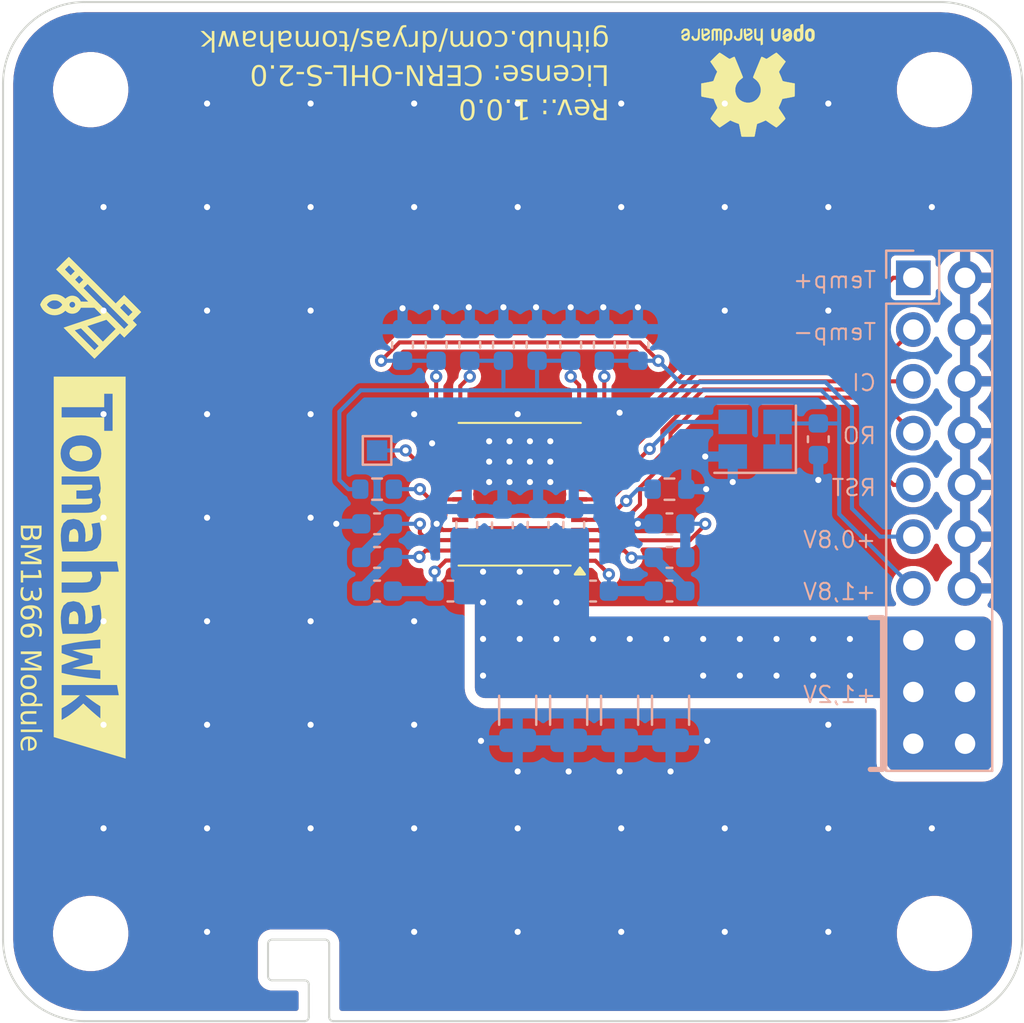
<source format=kicad_pcb>
(kicad_pcb (version 20240108) (generator "pcbnew") (generator_version "8.0")
  (title_block (title "Tomahawk - BM1366 Module") (date "2025-01-09") (rev "1.0.0") (comment 1 "Designed to be manufacturing via JLCPCB with 4-layer stackup: JLC04161H-7628") (comment 2 "License: CERN-OHL-S-2.0") (comment 3 "URL: https://github.com/dryas/tomahawk") (comment 4 "Designed by Benjamin Kaiser"))
  (layers (0 "F.Cu" signal) (1 "In1.Cu" power "In1.GND") (2 "In2.Cu" power "In2.GND") (31 "B.Cu" signal) (34 "B.Paste" user) (35 "F.Paste" user) (36 "B.SilkS" user "B.Silkscreen") (37 "F.SilkS" user "F.Silkscreen") (38 "B.Mask" user) (39 "F.Mask" user) (44 "Edge.Cuts" user))
  (net 0 "")
  (net 1 "GND")
  (net 2 "+1V2")
  (net 3 "Net-(U2-VDD3_0)")
  (net 4 "+0V8")
  (net 5 "Net-(U2-VDD2_0)")
  (net 6 "Net-(U2-VDD1_0)")
  (net 7 "Net-(U2-VDD1_1)")
  (net 8 "Net-(U2-VDD2_1)")
  (net 9 "Net-(U2-VDD3_1)")
  (net 10 "/RO")
  (net 11 "/CI")
  (net 12 "/RST_N")
  (net 13 "/TEMP_N")
  (net 14 "/TEMP_P")
  (net 15 "Net-(U2-BI)")
  (net 16 "Net-(U2-RI)")
  (net 17 "Net-(U1-Out)")
  (net 18 "Net-(U2-PIN_MODE)")
  (net 24 "+1V8")
  (footprint "Asic_BK:BM1366" (layer "F.Cu") (at 145 94.4 180)
    (property "Reference" "U2" (hide yes))
    (property "Value" "BM1366_mode1")
    (pad "1" smd rect (at -2.916 -3.263 180) (size 0.792 0.221) (layers "F.Cu" "F.Paste" "F.Mask") (net 6 "Net-(U2-VDD1_0)"))
    (pad "2" smd rect (at -2.916 -2.761 180) (size 0.792 0.221) (layers "F.Cu" "F.Paste" "F.Mask") (net 5 "Net-(U2-VDD2_0)"))
    (pad "3" smd rect (at -2.916 -2.259 180) (size 0.792 0.221) (layers "F.Cu" "F.Paste" "F.Mask") (net 3 "Net-(U2-VDD3_0)"))
    (pad "4" smd rect (at -2.916 -1.757 180) (size 0.792 0.221) (layers "F.Cu" "F.Paste" "F.Mask") (net 1 "GND"))
    (pad "5" smd rect (at -2.916 -1.255 180) (size 0.792 0.221) (layers "F.Cu" "F.Paste" "F.Mask") (net 12 "/RST_N"))
    (pad "6" smd rect (at -2.916 -0.753 180) (size 0.792 0.221) (layers "F.Cu" "F.Paste" "F.Mask") (net 15 "Net-(U2-BI)"))
    (pad "7" smd rect (at -2.916 -0.251 180) (size 0.792 0.221) (layers "F.Cu" "F.Paste" "F.Mask") (net 10 "/RO"))
    (pad "8" smd rect (at -2.916 0.251 180) (size 0.792 0.221) (layers "F.Cu" "F.Paste" "F.Mask") (net 17 "Net-(U1-Out)"))
    (pad "9" smd rect (at -2.916 0.753 180) (size 0.792 0.221) (layers "F.Cu" "F.Paste" "F.Mask") (net 11 "/CI"))
    (pad "10" smd rect (at -2.916 1.255 180) (size 0.792 0.221) (layers "F.Cu" "F.Paste" "F.Mask") (net 14 "/TEMP_P"))
    (pad "11" smd rect (at -2.916 1.757 180) (size 0.792 0.221) (layers "F.Cu" "F.Paste" "F.Mask") (net 13 "/TEMP_N"))
    (pad "12" smd rect (at -2.916 2.259 180) (size 0.792 0.221) (layers "F.Cu" "F.Paste" "F.Mask") (net 1 "GND"))
    (pad "13" smd rect (at -2.916 2.761 180) (size 0.792 0.221) (layers "F.Cu" "F.Paste" "F.Mask") (net 4 "+0V8"))
    (pad "14" smd rect (at -2.916 3.263 180) (size 0.792 0.221) (layers "F.Cu" "F.Paste" "F.Mask") (net 24 "+1V8"))
    (pad "15" smd rect (at 2.916 3.25 180) (size 0.792 0.221) (layers "F.Cu" "F.Paste" "F.Mask") (net 24 "+1V8"))
    (pad "16" smd rect (at 2.916 2.75 180) (size 0.792 0.221) (layers "F.Cu" "F.Paste" "F.Mask") (net 4 "+0V8"))
    (pad "17" smd rect (at 2.916 2.25 180) (size 0.792 0.221) (layers "F.Cu" "F.Paste" "F.Mask") (net 1 "GND"))
    (pad "18" smd rect (at 2.916 1.75 180) (size 0.792 0.221) (layers "F.Cu" "F.Paste" "F.Mask") (net 18 "Net-(U2-PIN_MODE)"))
    (pad "19" smd rect (at 2.916 1.25 180) (size 0.792 0.221) (layers "F.Cu" "F.Paste" "F.Mask"))
    (pad "20" smd rect (at 2.916 0.753 180) (size 0.792 0.221) (layers "F.Cu" "F.Paste" "F.Mask"))
    (pad "21" smd rect (at 2.916 0.25 180) (size 0.792 0.221) (layers "F.Cu" "F.Paste" "F.Mask"))
    (pad "22" smd rect (at 2.916 -0.251 180) (size 0.792 0.221) (layers "F.Cu" "F.Paste" "F.Mask") (net 16 "Net-(U2-RI)"))
    (pad "23" smd rect (at 2.916 -0.753 180) (size 0.792 0.221) (layers "F.Cu" "F.Paste" "F.Mask"))
    (pad "24" smd rect (at 2.916 -1.255 180) (size 0.792 0.221) (layers "F.Cu" "F.Paste" "F.Mask"))
    (pad "25" smd rect (at 2.916 -1.757 180) (size 0.792 0.221) (layers "F.Cu" "F.Paste" "F.Mask") (net 1 "GND"))
    (pad "26" smd rect (at 2.916 -2.25 180) (size 0.792 0.221) (layers "F.Cu" "F.Paste" "F.Mask") (net 9 "Net-(U2-VDD3_1)"))
    (pad "27" smd rect (at 2.916 -2.761 180) (size 0.792 0.221) (layers "F.Cu" "F.Paste" "F.Mask") (net 8 "Net-(U2-VDD2_1)"))
    (pad "28" smd rect (at 2.916 -3.25 180) (size 0.792 0.221) (layers "F.Cu" "F.Paste" "F.Mask") (net 7 "Net-(U2-VDD1_1)"))
    (pad "29" smd rect (at 0 -2.468 180) (size 4.277 1.81) (layers "F.Cu" "F.Mask") (net 2 "+1V2"))
    (pad "30" thru_hole circle (at -1.5 0.6 180) (size 0.6 0.6) (drill 0.3) (property pad_prop_testpoint) (layers "*.Cu" "*.Mask") (net 1 "GND"))
    (pad "30" thru_hole circle (at -1.5 1.6 180) (size 0.6 0.6) (drill 0.3) (property pad_prop_testpoint) (layers "*.Cu" "*.Mask") (net 1 "GND"))
    (pad "30" thru_hole circle (at -1.5 2.6 180) (size 0.6 0.6) (drill 0.3) (property pad_prop_testpoint) (layers "*.Cu" "*.Mask") (net 1 "GND"))
    (pad "30" thru_hole circle (at -0.5 0.6 180) (size 0.6 0.6) (drill 0.3) (property pad_prop_testpoint) (layers "*.Cu" "*.Mask") (net 1 "GND"))
    (pad "30" thru_hole circle (at -0.5 1.6 180) (size 0.6 0.6) (drill 0.3) (property pad_prop_testpoint) (layers "*.Cu" "*.Mask") (net 1 "GND"))
    (pad "30" thru_hole circle (at -0.5 2.6 180) (size 0.6 0.6) (drill 0.3) (property pad_prop_testpoint) (layers "*.Cu" "*.Mask") (net 1 "GND"))
    (pad "30" smd rect (at 0 1.108 180) (size 4.277 4.53) (layers "F.Cu" "F.Mask") (net 1 "GND"))
    (pad "30" thru_hole circle (at 0.5 0.6 180) (size 0.6 0.6) (drill 0.3) (property pad_prop_testpoint) (layers "*.Cu" "*.Mask") (net 1 "GND"))
    (pad "30" thru_hole circle (at 0.5 1.6 180) (size 0.6 0.6) (drill 0.3) (property pad_prop_testpoint) (layers "*.Cu" "*.Mask") (net 1 "GND"))
    (pad "30" thru_hole circle (at 0.5 2.6 180) (size 0.6 0.6) (drill 0.3) (property pad_prop_testpoint) (layers "*.Cu" "*.Mask") (net 1 "GND"))
    (pad "30" thru_hole circle (at 1.5 0.6 180) (size 0.6 0.6) (drill 0.3) (property pad_prop_testpoint) (layers "*.Cu" "*.Mask") (net 1 "GND"))
    (pad "30" thru_hole circle (at 1.5 1.6 180) (size 0.6 0.6) (drill 0.3) (property pad_prop_testpoint) (layers "*.Cu" "*.Mask") (net 1 "GND"))
    (pad "30" thru_hole circle (at 1.5 2.6 180) (size 0.6 0.6) (drill 0.3) (property pad_prop_testpoint) (layers "*.Cu" "*.Mask") (net 1 "GND"))
  )
  (footprint "kibuzzard-677F2641" (layer "F.Cu") (at 123.9 98 -90)
    (property "Reference" "kibuzzard-677F2641" (hide yes))
    (property "Value" "G***" (hide yes))
  )
  (footprint "MountingHole:MountingHole_3.2mm_M3" (layer "F.Cu") (at 165.350551 74.549449)
    (property "Reference" "H3" (hide yes))
    (property "Value" "MountingHole" (hide yes))
    (pad "" np_thru_hole circle (at 0 0) (size 3.2 3.2) (drill 3.2) (layers "*.Cu" "*.Mask"))
  )
  (footprint "MountingHole:MountingHole_3.2mm_M3" (layer "F.Cu") (at 165.350551 115.950551)
    (property "Reference" "H2" (hide yes))
    (property "Value" "MountingHole" (hide yes))
    (pad "" np_thru_hole circle (at 0 0) (size 3.2 3.2) (drill 3.2) (layers "*.Cu" "*.Mask"))
  )
  (footprint "Symbol:OSHW-Logo2_7.3x6mm_SilkScreen" (layer "F.Cu") (at 156.2 74.1 180)
    (property "Reference" "REF**" (hide yes))
    (property "Value" "OSHW-Logo2_7.3x6mm_SilkScreen" (hide yes))
  )
  (footprint "LOGO" (layer "F.Cu") (at 123.95 85.25 -90)
    (property "Reference" "G***" (hide yes))
    (property "Value" "LOGO" (hide yes))
  )
  (footprint "MountingHole:MountingHole_3.2mm_M3" (layer "F.Cu") (at 123.949449 115.950551)
    (property "Reference" "H4" (hide yes))
    (property "Value" "MountingHole" (hide yes))
    (pad "" np_thru_hole circle (at 0 0) (size 3.2 3.2) (drill 3.2) (layers "*.Cu" "*.Mask"))
  )
  (footprint "MountingHole:MountingHole_3.2mm_M3" (layer "F.Cu") (at 123.949449 74.549449)
    (property "Reference" "H1" (hide yes))
    (property "Value" "MountingHole" (hide yes))
    (pad "" np_thru_hole circle (at 0 0) (size 3.2 3.2) (drill 3.2) (layers "*.Cu" "*.Mask"))
  )
  (footprint "Capacitor_SMD:C_0603_1608Metric" (layer "B.Cu") (at 152.3465 99.15)
    (property "Reference" "C12" (hide yes))
    (property "Value" "1uF" (hide yes))
    (pad "1" smd roundrect (at -0.775 0) (size 0.9 0.95) (layers "B.Cu" "B.Paste" "B.Mask") (net 6 "Net-(U2-VDD1_0)"))
    (pad "2" smd roundrect (at 0.775 0) (size 0.9 0.95) (layers "B.Cu" "B.Paste" "B.Mask") (net 5 "Net-(U2-VDD2_0)"))
  )
  (footprint "Capacitor_SMD:C_0603_1608Metric" (layer "B.Cu") (at 138 95.85)
    (property "Reference" "C27" (hide yes))
    (property "Value" "1uF" (hide yes))
    (pad "1" smd roundrect (at -0.775 0) (size 0.9 0.95) (layers "B.Cu" "B.Paste" "B.Mask") (net 1 "GND"))
    (pad "2" smd roundrect (at 0.775 0) (size 0.9 0.95) (layers "B.Cu" "B.Paste" "B.Mask") (net 9 "Net-(U2-VDD3_1)"))
  )
  (footprint "Capacitor_SMD:C_1206_3216Metric" (layer "B.Cu") (at 152.4 105 -90)
    (property "Reference" "C2" (hide yes))
    (property "Value" "47uF")
    (pad "1" smd roundrect (at -1.475 0 270) (size 1.15 1.8) (layers "B.Cu" "B.Paste" "B.Mask") (roundrect_rratio 0.217391) (net 2 "+1V2"))
    (pad "2" smd roundrect (at 1.475 0 270) (size 1.15 1.8) (layers "B.Cu" "B.Paste" "B.Mask") (roundrect_rratio 0.217391) (net 1 "GND"))
  )
  (footprint "TestPoint:TestPoint_Pad_1.0x1.0mm" (layer "B.Cu") (at 138 92.25)
    (property "Reference" "TP2" (hide yes))
    (property "Value" "MODE" (hide yes))
    (pad "1" smd rect (at 0 0) (size 1 1) (layers "B.Cu" "B.Mask") (net 18 "Net-(U2-PIN_MODE)"))
  )
  (footprint "Resistor_SMD:R_0603_1608Metric" (layer "B.Cu") (at 152.3465 94.15 180)
    (property "Reference" "R1" (hide yes))
    (property "Value" "10k" (hide yes))
    (pad "1" smd roundrect (at -0.825 0 180) (size 0.8 0.95) (layers "B.Cu" "B.Paste" "B.Mask") (net 1 "GND"))
    (pad "2" smd roundrect (at 0.825 0 180) (size 0.8 0.95) (layers "B.Cu" "B.Paste" "B.Mask") (net 15 "Net-(U2-BI)"))
  )
  (footprint "Capacitor_SMD:C_1206_3216Metric" (layer "B.Cu") (at 144.9 105 -90)
    (property "Reference" "C5" (hide yes))
    (property "Value" "10uF")
    (pad "1" smd roundrect (at -1.475 0 270) (size 1.15 1.8) (layers "B.Cu" "B.Paste" "B.Mask") (roundrect_rratio 0.217391) (net 2 "+1V2"))
    (pad "2" smd roundrect (at 1.475 0 270) (size 1.15 1.8) (layers "B.Cu" "B.Paste" "B.Mask") (roundrect_rratio 0.217391) (net 1 "GND"))
  )
  (footprint "Capacitor_SMD:C_0603_1608Metric" (layer "B.Cu") (at 139.25 87.075 90)
    (property "Reference" "C19" (hide yes))
    (property "Value" "1uF" (hide yes))
    (pad "1" smd roundrect (at -0.775 0 90) (size 0.9 0.95) (layers "B.Cu" "B.Paste" "B.Mask") (net 4 "+0V8"))
    (pad "2" smd roundrect (at 0.775 0 90) (size 0.9 0.95) (layers "B.Cu" "B.Paste" "B.Mask") (net 1 "GND"))
  )
  (footprint "Capacitor_SMD:C_0603_1608Metric" (layer "B.Cu") (at 140.9 87.075 -90)
    (property "Reference" "C21" (hide yes))
    (property "Value" "100nF" (hide yes))
    (pad "1" smd roundrect (at -0.775 0 270) (size 0.9 0.95) (layers "B.Cu" "B.Paste" "B.Mask") (net 1 "GND"))
    (pad "2" smd roundrect (at 0.775 0 270) (size 0.9 0.95) (layers "B.Cu" "B.Paste" "B.Mask") (net 4 "+0V8"))
  )
  (footprint "Resistor_SMD:R_0603_1608Metric" (layer "B.Cu") (at 138 94.15 180)
    (property "Reference" "R2" (hide yes))
    (property "Value" "10k" (hide yes))
    (pad "1" smd roundrect (at -0.825 0 180) (size 0.8 0.95) (layers "B.Cu" "B.Paste" "B.Mask") (net 16 "Net-(U2-RI)"))
    (pad "2" smd roundrect (at 0.825 0 180) (size 0.8 0.95) (layers "B.Cu" "B.Paste" "B.Mask") (net 24 "+1V8"))
  )
  (footprint "Capacitor_SMD:C_0603_1608Metric" (layer "B.Cu") (at 142.55 87.075 -90)
    (property "Reference" "C25" (hide yes))
    (property "Value" "100nF" (hide yes))
    (pad "1" smd roundrect (at -0.775 0 270) (size 0.9 0.95) (layers "B.Cu" "B.Paste" "B.Mask") (net 1 "GND"))
    (pad "2" smd roundrect (at 0.775 0 270) (size 0.9 0.95) (layers "B.Cu" "B.Paste" "B.Mask") (net 24 "+1V8"))
  )
  (footprint "Capacitor_SMD:C_0603_1608Metric" (layer "B.Cu") (at 144.15 95.925 -90)
    (property "Reference" "C18" (hide yes))
    (property "Value" "100nF")
    (pad "1" smd roundrect (at -0.775 0 270) (size 0.9 0.95) (layers "B.Cu" "B.Paste" "B.Mask") (net 1 "GND"))
    (pad "2" smd roundrect (at 0.775 0 270) (size 0.9 0.95) (layers "B.Cu" "B.Paste" "B.Mask") (net 2 "+1V2"))
  )
  (footprint "Connector_PinSocket_2.54mm:PinSocket_2x10_P2.54mm_Vertical" (layer "B.Cu") (at 164.31 83.78 180)
    (property "Reference" "J2" (hide yes))
    (property "Value" "Conn_02x10_Odd_Even" (hide yes))
    (pad "1" thru_hole rect (at 0 0 180) (size 1.7 1.7) (drill 1) (layers "*.Cu" "*.Mask") (net 13 "/TEMP_N"))
    (pad "2" thru_hole oval (at -2.54 0 180) (size 1.7 1.7) (drill 1) (layers "*.Cu" "*.Mask") (net 1 "GND"))
    (pad "3" thru_hole oval (at 0 -2.54 180) (size 1.7 1.7) (drill 1) (layers "*.Cu" "*.Mask") (net 14 "/TEMP_P"))
    (pad "4" thru_hole oval (at -2.54 -2.54 180) (size 1.7 1.7) (drill 1) (layers "*.Cu" "*.Mask") (net 1 "GND"))
    (pad "5" thru_hole oval (at 0 -5.08 180) (size 1.7 1.7) (drill 1) (layers "*.Cu" "*.Mask") (net 11 "/CI"))
    (pad "6" thru_hole oval (at -2.54 -5.08 180) (size 1.7 1.7) (drill 1) (layers "*.Cu" "*.Mask") (net 1 "GND"))
    (pad "7" thru_hole oval (at 0 -7.62 180) (size 1.7 1.7) (drill 1) (layers "*.Cu" "*.Mask") (net 10 "/RO"))
    (pad "8" thru_hole oval (at -2.54 -7.62 180) (size 1.7 1.7) (drill 1) (layers "*.Cu" "*.Mask") (net 1 "GND"))
    (pad "9" thru_hole oval (at 0 -10.16 180) (size 1.7 1.7) (drill 1) (layers "*.Cu" "*.Mask") (net 12 "/RST_N"))
    (pad "10" thru_hole oval (at -2.54 -10.16 180) (size 1.7 1.7) (drill 1) (layers "*.Cu" "*.Mask") (net 1 "GND"))
    (pad "11" thru_hole oval (at 0 -12.7 180) (size 1.7 1.7) (drill 1) (layers "*.Cu" "*.Mask") (net 4 "+0V8"))
    (pad "12" thru_hole oval (at -2.54 -12.7 180) (size 1.7 1.7) (drill 1) (layers "*.Cu" "*.Mask") (net 1 "GND"))
    (pad "13" thru_hole oval (at 0 -15.24 180) (size 1.7 1.7) (drill 1) (layers "*.Cu" "*.Mask") (net 24 "+1V8"))
    (pad "14" thru_hole oval (at -2.54 -15.24 180) (size 1.7 1.7) (drill 1) (layers "*.Cu" "*.Mask") (net 1 "GND"))
    (pad "15" thru_hole oval (at 0 -17.78 180) (size 1.7 1.7) (drill 1) (layers "*.Cu" "*.Mask") (net 2 "+1V2"))
    (pad "16" thru_hole oval (at -2.54 -17.78 180) (size 1.7 1.7) (drill 1) (layers "*.Cu" "*.Mask") (net 2 "+1V2"))
    (pad "17" thru_hole oval (at 0 -20.32 180) (size 1.7 1.7) (drill 1) (layers "*.Cu" "*.Mask") (net 2 "+1V2"))
    (pad "18" thru_hole oval (at -2.54 -20.32 180) (size 1.7 1.7) (drill 1) (layers "*.Cu" "*.Mask") (net 2 "+1V2"))
    (pad "19" thru_hole oval (at 0 -22.86 180) (size 1.7 1.7) (drill 1) (layers "*.Cu" "*.Mask") (net 2 "+1V2"))
    (pad "20" thru_hole oval (at -2.54 -22.86 180) (size 1.7 1.7) (drill 1) (layers "*.Cu" "*.Mask") (net 2 "+1V2"))
  )
  (footprint "Capacitor_SMD:C_0603_1608Metric" (layer "B.Cu") (at 145.85 87.075 90)
    (property "Reference" "C14" (hide yes))
    (property "Value" "1uF" (hide yes))
    (pad "1" smd roundrect (at -0.775 0 90) (size 0.9 0.95) (layers "B.Cu" "B.Paste" "B.Mask") (net 24 "+1V8"))
    (pad "2" smd roundrect (at 0.775 0 90) (size 0.9 0.95) (layers "B.Cu" "B.Paste" "B.Mask") (net 1 "GND"))
  )
  (footprint "Capacitor_SMD:C_0603_1608Metric" (layer "B.Cu") (at 150.8 87.075 -90)
    (property "Reference" "C10" (hide yes))
    (property "Value" "100nF" (hide yes))
    (pad "1" smd roundrect (at -0.775 0 270) (size 0.9 0.95) (layers "B.Cu" "B.Paste" "B.Mask") (net 1 "GND"))
    (pad "2" smd roundrect (at 0.775 0 270) (size 0.9 0.95) (layers "B.Cu" "B.Paste" "B.Mask") (net 4 "+0V8"))
  )
  (footprint "Capacitor_SMD:C_0603_1608Metric" (layer "B.Cu") (at 148.6 99.15)
    (property "Reference" "C16" (hide yes))
    (property "Value" "1uF" (hide yes))
    (pad "1" smd roundrect (at -0.775 0) (size 0.9 0.95) (layers "B.Cu" "B.Paste" "B.Mask") (net 2 "+1V2"))
    (pad "2" smd roundrect (at 0.775 0) (size 0.9 0.95) (layers "B.Cu" "B.Paste" "B.Mask") (net 6 "Net-(U2-VDD1_0)"))
  )
  (footprint "Capacitor_SMD:C_0603_1608Metric" (layer "B.Cu") (at 142.4 95.9 90)
    (property "Reference" "C11" (hide yes))
    (property "Value" "1uF")
    (pad "1" smd roundrect (at -0.775 0 90) (size 0.9 0.95) (layers "B.Cu" "B.Paste" "B.Mask") (net 2 "+1V2"))
    (pad "2" smd roundrect (at 0.775 0 90) (size 0.9 0.95) (layers "B.Cu" "B.Paste" "B.Mask") (net 1 "GND"))
  )
  (footprint "Capacitor_SMD:C_0603_1608Metric" (layer "B.Cu") (at 138 99.15)
    (property "Reference" "C23" (hide yes))
    (property "Value" "1uF" (hide yes))
    (pad "1" smd roundrect (at -0.775 0) (size 0.9 0.95) (layers "B.Cu" "B.Paste" "B.Mask") (net 8 "Net-(U2-VDD2_1)"))
    (pad "2" smd roundrect (at 0.775 0) (size 0.9 0.95) (layers "B.Cu" "B.Paste" "B.Mask") (net 7 "Net-(U2-VDD1_1)"))
  )
  (footprint "Capacitor_SMD:C_0603_1608Metric" (layer "B.Cu") (at 144.2 87.075 90)
    (property "Reference" "C24" (hide yes))
    (property "Value" "1uF" (hide yes))
    (pad "1" smd roundrect (at -0.775 0 90) (size 0.9 0.95) (layers "B.Cu" "B.Paste" "B.Mask") (net 24 "+1V8"))
    (pad "2" smd roundrect (at 0.775 0 90) (size 0.9 0.95) (layers "B.Cu" "B.Paste" "B.Mask") (net 1 "GND"))
  )
  (footprint "Capacitor_SMD:C_0603_1608Metric" (layer "B.Cu") (at 145.9 95.9 -90)
    (property "Reference" "C15" (hide yes))
    (property "Value" "100nF")
    (pad "1" smd roundrect (at -0.775 0 270) (size 0.9 0.95) (layers "B.Cu" "B.Paste" "B.Mask") (net 1 "GND"))
    (pad "2" smd roundrect (at 0.775 0 270) (size 0.9 0.95) (layers "B.Cu" "B.Paste" "B.Mask") (net 2 "+1V2"))
  )
  (footprint "Capacitor_SMD:C_0603_1608Metric" (layer "B.Cu") (at 138 97.5)
    (property "Reference" "C26" (hide yes))
    (property "Value" "1uF" (hide yes))
    (pad "1" smd roundrect (at -0.775 0) (size 0.9 0.95) (layers "B.Cu" "B.Paste" "B.Mask") (net 9 "Net-(U2-VDD3_1)"))
    (pad "2" smd roundrect (at 0.775 0) (size 0.9 0.95) (layers "B.Cu" "B.Paste" "B.Mask") (net 8 "Net-(U2-VDD2_1)"))
  )
  (footprint "Capacitor_SMD:C_0603_1608Metric" (layer "B.Cu") (at 159.65 91.7 90)
    (property "Reference" "C1" (hide yes))
    (property "Value" "100nF" (hide yes))
    (pad "1" smd roundrect (at -0.775 0 90) (size 0.9 0.95) (layers "B.Cu" "B.Paste" "B.Mask") (net 1 "GND"))
    (pad "2" smd roundrect (at 0.775 0 90) (size 0.9 0.95) (layers "B.Cu" "B.Paste" "B.Mask") (net 24 "+1V8"))
  )
  (footprint "Capacitor_SMD:C_0603_1608Metric" (layer "B.Cu") (at 147.65 95.9 90)
    (property "Reference" "C8" (hide yes))
    (property "Value" "1uF")
    (pad "1" smd roundrect (at -0.775 0 90) (size 0.9 0.95) (layers "B.Cu" "B.Paste" "B.Mask") (net 2 "+1V2"))
    (pad "2" smd roundrect (at 0.775 0 90) (size 0.9 0.95) (layers "B.Cu" "B.Paste" "B.Mask") (net 1 "GND"))
  )
  (footprint "Capacitor_SMD:C_1206_3216Metric" (layer "B.Cu") (at 147.4 105 -90)
    (property "Reference" "C4" (hide yes))
    (property "Value" "10uF")
    (pad "1" smd roundrect (at -1.475 0 270) (size 1.15 1.8) (layers "B.Cu" "B.Paste" "B.Mask") (roundrect_rratio 0.217391) (net 2 "+1V2"))
    (pad "2" smd roundrect (at 1.475 0 270) (size 1.15 1.8) (layers "B.Cu" "B.Paste" "B.Mask") (roundrect_rratio 0.217391) (net 1 "GND"))
  )
  (footprint "Capacitor_SMD:C_0603_1608Metric" (layer "B.Cu") (at 147.5 87.075 -90)
    (property "Reference" "C17" (hide yes))
    (property "Value" "100nF" (hide yes))
    (pad "1" smd roundrect (at -0.775 0 270) (size 0.9 0.95) (layers "B.Cu" "B.Paste" "B.Mask") (net 1 "GND"))
    (pad "2" smd roundrect (at 0.775 0 270) (size 0.9 0.95) (layers "B.Cu" "B.Paste" "B.Mask") (net 24 "+1V8"))
  )
  (footprint "Capacitor_SMD:C_0603_1608Metric" (layer "B.Cu") (at 152.3465 95.85 180)
    (property "Reference" "C6" (hide yes))
    (property "Value" "1uF" (hide yes))
    (pad "1" smd roundrect (at -0.775 0 180) (size 0.9 0.95) (layers "B.Cu" "B.Paste" "B.Mask") (net 3 "Net-(U2-VDD3_0)"))
    (pad "2" smd roundrect (at 0.775 0 180) (size 0.9 0.95) (layers "B.Cu" "B.Paste" "B.Mask") (net 1 "GND"))
  )
  (footprint "Crystal:Crystal_SMD_3225-4Pin_3.2x2.5mm" (layer "B.Cu") (at 156.55 91.7 180)
    (property "Reference" "U1" (hide yes))
    (property "Value" "25MHz")
    (pad "1" smd rect (at -1.1 -0.85 180) (size 1.4 1.2) (layers "B.Cu" "B.Paste" "B.Mask") (net 24 "+1V8"))
    (pad "2" smd rect (at 1.1 -0.85 180) (size 1.4 1.2) (layers "B.Cu" "B.Paste" "B.Mask") (net 1 "GND"))
    (pad "3" smd rect (at 1.1 0.85 180) (size 1.4 1.2) (layers "B.Cu" "B.Paste" "B.Mask") (net 17 "Net-(U1-Out)"))
    (pad "4" smd rect (at -1.1 0.85 180) (size 1.4 1.2) (layers "B.Cu" "B.Paste" "B.Mask") (net 24 "+1V8"))
  )
  (footprint "Capacitor_SMD:C_1206_3216Metric" (layer "B.Cu") (at 149.9 105 -90)
    (property "Reference" "C3" (hide yes))
    (property "Value" "47uF")
    (pad "1" smd roundrect (at -1.475 0 270) (size 1.15 1.8) (layers "B.Cu" "B.Paste" "B.Mask") (roundrect_rratio 0.217391) (net 2 "+1V2"))
    (pad "2" smd roundrect (at 1.475 0 270) (size 1.15 1.8) (layers "B.Cu" "B.Paste" "B.Mask") (roundrect_rratio 0.217391) (net 1 "GND"))
  )
  (footprint "Capacitor_SMD:C_0603_1608Metric" (layer "B.Cu") (at 141.6 99.15)
    (property "Reference" "C20" (hide yes))
    (property "Value" "1uF")
    (pad "1" smd roundrect (at -0.775 0) (size 0.9 0.95) (layers "B.Cu" "B.Paste" "B.Mask") (net 7 "Net-(U2-VDD1_1)"))
    (pad "2" smd roundrect (at 0.775 0) (size 0.9 0.95) (layers "B.Cu" "B.Paste" "B.Mask") (net 2 "+1V2"))
  )
  (footprint "Capacitor_SMD:C_0603_1608Metric" (layer "B.Cu") (at 149.15 87.075 90)
    (property "Reference" "C7" (hide yes))
    (property "Value" "1uF" (hide yes))
    (pad "1" smd roundrect (at -0.775 0 90) (size 0.9 0.95) (layers "B.Cu" "B.Paste" "B.Mask") (net 4 "+0V8"))
    (pad "2" smd roundrect (at 0.775 0 90) (size 0.9 0.95) (layers "B.Cu" "B.Paste" "B.Mask") (net 1 "GND"))
  )
  (footprint "Capacitor_SMD:C_0603_1608Metric" (layer "B.Cu") (at 152.3465 97.5)
    (property "Reference" "C9" (hide yes))
    (property "Value" "1uF" (hide yes))
    (pad "1" smd roundrect (at -0.775 0) (size 0.9 0.95) (layers "B.Cu" "B.Paste" "B.Mask") (net 5 "Net-(U2-VDD2_0)"))
    (pad "2" smd roundrect (at 0.775 0) (size 0.9 0.95) (layers "B.Cu" "B.Paste" "B.Mask") (net 3 "Net-(U2-VDD3_0)"))
  )
  (gr_line (start 162.2 107.9) (end 162.8 107.9) (stroke (width 0.254)) (layer "B.SilkS"))
  (gr_line (start 162.8 107.9) (end 162.8 100.45) (stroke (width 0.254)) (layer "B.SilkS"))
  (gr_line (start 162.2 100.45) (end 162.8 100.45) (stroke (width 0.254)) (layer "B.SilkS"))
  (gr_arc (start 132.85 118.25) (mid 132.708579 118.191421) (end 132.65 118.05) (stroke (width 0.1)) (layer "Edge.Cuts"))
  (gr_line (start 135.65 116.45) (end 135.65 120.05) (stroke (width 0.1)) (layer "Edge.Cuts"))
  (gr_line (start 123.65 120.25) (end 134.45 120.25) (stroke (width 0.1)) (layer "Edge.Cuts"))
  (gr_arc (start 135.45 116.25) (mid 135.591421 116.308579) (end 135.65 116.45) (stroke (width 0.1)) (layer "Edge.Cuts"))
  (gr_line (start 169.65 116.25) (end 169.65 74.25) (stroke (width 0.1)) (layer "Edge.Cuts"))
  (gr_arc (start 165.65 70.25) (mid 168.478427 71.421573) (end 169.65 74.25) (stroke (width 0.1)) (layer "Edge.Cuts"))
  (gr_arc (start 134.45 118.25) (mid 134.591421 118.308579) (end 134.65 118.45) (stroke (width 0.1)) (layer "Edge.Cuts"))
  (gr_arc (start 119.65 74.25) (mid 120.821573 71.421573) (end 123.65 70.25) (stroke (width 0.1)) (layer "Edge.Cuts"))
  (gr_arc (start 123.65 120.25) (mid 120.821573 119.078427) (end 119.65 116.25) (stroke (width 0.1)) (layer "Edge.Cuts"))
  (gr_line (start 134.45 118.25) (end 132.85 118.25) (stroke (width 0.1)) (layer "Edge.Cuts"))
  (gr_line (start 134.65 120.05) (end 134.65 118.45) (stroke (width 0.1)) (layer "Edge.Cuts"))
  (gr_arc (start 134.65 120.05) (mid 134.591421 120.191421) (end 134.45 120.25) (stroke (width 0.1)) (layer "Edge.Cuts"))
  (gr_arc (start 135.85 120.25) (mid 135.708579 120.191421) (end 135.65 120.05) (stroke (width 0.1)) (layer "Edge.Cuts"))
  (gr_line (start 135.85 120.25) (end 165.65 120.25) (stroke (width 0.1)) (layer "Edge.Cuts"))
  (gr_arc (start 169.65 116.25) (mid 168.478427 119.078427) (end 165.65 120.25) (stroke (width 0.1)) (layer "Edge.Cuts"))
  (gr_arc (start 132.65 116.45) (mid 132.708579 116.308579) (end 132.85 116.25) (stroke (width 0.1)) (layer "Edge.Cuts"))
  (gr_line (start 132.85 116.25) (end 135.45 116.25) (stroke (width 0.1)) (layer "Edge.Cuts"))
  (gr_line (start 165.65 70.25) (end 123.65 70.25) (stroke (width 0.1)) (layer "Edge.Cuts"))
  (gr_line (start 119.65 74.25) (end 119.65 116.25) (stroke (width 0.1)) (layer "Edge.Cuts"))
  (gr_line (start 132.65 118.05) (end 132.65 116.45) (stroke (width 0.1)) (layer "Edge.Cuts"))
  (gr_text "RO" (at 162.55 92 0) (layer "B.SilkS") (effects (font (size 0.8 0.8) (thickness 0.1)) (justify left bottom mirror)))
  (gr_text "RST" (at 162.55 94.55 0) (layer "B.SilkS") (effects (font (size 0.8 0.8) (thickness 0.1)) (justify left bottom mirror)))
  (gr_text "+0,8V" (at 162.55 97.1 0) (layer "B.SilkS") (effects (font (size 0.8 0.8) (thickness 0.1)) (justify left bottom mirror)))
  (gr_text "CI" (at 162.55 89.4 0) (layer "B.SilkS") (effects (font (size 0.8 0.8) (thickness 0.1)) (justify left bottom mirror)))
  (gr_text "+1,8V" (at 162.55 99.65 0) (layer "B.SilkS") (effects (font (size 0.8 0.8) (thickness 0.1)) (justify left bottom mirror)))
  (gr_text "+1,2V" (at 162.55 104.7 0) (layer "B.SilkS") (effects (font (size 0.8 0.8) (thickness 0.1)) (justify left bottom mirror)))
  (gr_text "Temp-" (at 162.55 86.9 0) (layer "B.SilkS") (effects (font (size 0.8 0.8) (thickness 0.1)) (justify left bottom mirror)))
  (gr_text "Temp+" (at 162.55 84.35 0) (layer "B.SilkS") (effects (font (size 0.8 0.8) (thickness 0.1)) (justify left bottom mirror)))
  (gr_text "Rev.: 1.0.0\nLicense: CERN-OHL-S-2.0\ngithub.com/dryas/tomahawk" (at 149.4 71.5 180) (layer "F.SilkS") (effects (font (size 1 1) (thickness 0.1)) (justify left bottom)))
  (gr_text "BM1366 Module" (at 120.35 95.8 270) (layer "F.SilkS") (effects (font (size 1 1) (thickness 0.1)) (justify left bottom)))
  (segment (start 150.8 95.85) (end 150.493 96.157) (width 0.2) (layer "F.Cu") (net 1))
  (segment (start 142.084 96.157) (end 141.232 96.157) (width 0.2) (layer "F.Cu") (net 1))
  (segment (start 149.9 90.9) (end 149.9 90.4) (width 0.2) (layer "F.Cu") (net 1))
  (segment (start 149.8 91) (end 149.9 90.9) (width 0.2) (layer "F.Cu") (net 1))
  (segment (start 142.084 92.15) (end 140.95 92.15) (width 0.2) (layer "F.Cu") (net 1))
  (segment (start 147.916 92.141) (end 148.659 92.141) (width 0.2) (layer "F.Cu") (net 1))
  (segment (start 148.659 92.141) (end 149.8 91) (width 0.2) (layer "F.Cu") (net 1))
  (segment (start 150.493 96.157) (end 147.916 96.157) (width 0.2) (layer "F.Cu") (net 1))
  (segment (start 140.95 92.15) (end 140.7 91.9) (width 0.2) (layer "F.Cu") (net 1))
  (segment (start 141.232 96.157) (end 140.925 95.85) (width 0.2) (layer "F.Cu") (net 1))
  (via (at 160.14 85.389901) (size 0.6) (drill 0.3) (layers "F.Cu" "B.Cu") (net 1))
  (via (at 147.4 108) (size 0.6) (drill 0.3) (layers "F.Cu" "B.Cu") (net 1))
  (via (at 144.9 115.869901) (size 0.6) (drill 0.3) (layers "F.Cu" "B.Cu") (net 1))
  (via (at 134.74 100.629901) (size 0.6) (drill 0.3) (layers "F.Cu" "B.Cu") (net 1))
  (via (at 139.82 75.229901) (size 0.6) (drill 0.3) (layers "F.Cu" "B.Cu") (net 1))
  (via (at 134.74 105.709901) (size 0.6) (drill 0.3) (layers "F.Cu" "B.Cu") (net 1))
  (via (at 134.74 75.229901) (size 0.6) (drill 0.3) (layers "F.Cu" "B.Cu") (net 1))
  (via (at 149.9 108) (size 0.6) (drill 0.3) (layers "F.Cu" "B.Cu") (net 1))
  (via (at 140.7 91.9) (size 0.6) (drill 0.3) (layers "F.Cu" "B.Cu") (net 1))
  (via (at 152.4 108) (size 0.6) (drill 0.3) (layers "F.Cu" "B.Cu") (net 1))
  (via (at 134.74 95.549901) (size 0.6) (drill 0.3) (layers "F.Cu" "B.Cu") (net 1))
  (via (at 136 95.85) (size 0.6) (drill 0.3) (layers "F.Cu" "B.Cu") (net 1))
  (via (at 147.5 85.225) (size 0.6) (drill 0.3) (layers "F.Cu" "B.Cu") (net 1))
  (via (at 129.66 95.549901) (size 0.6) (drill 0.3) (layers "F.Cu" "B.Cu") (net 1))
  (via (at 124.58 105.709901) (size 0.6) (drill 0.3) (layers "F.Cu" "B.Cu") (net 1))
  (via (at 160.14 80.309901) (size 0.6) (drill 0.3) (layers "F.Cu" "B.Cu") (net 1))
  (via (at 134.74 110.789901) (size 0.6) (drill 0.3) (layers "F.Cu" "B.Cu") (net 1))
  (via (at 165.22 80.309901) (size 0.6) (drill 0.3) (layers "F.Cu" "B.Cu") (net 1))
  (via (at 165.22 110.789901) (size 0.6) (drill 0.3) (layers "F.Cu" "B.Cu") (net 1))
  (via (at 155.06 80.309901) (size 0.6) (drill 0.3) (layers "F.Cu" "B.Cu") (net 1))
  (via (at 155.06 115.869901) (size 0.6) (drill 0.3) (layers "F.Cu" "B.Cu") (net 1))
  (via (at 149.98 115.869901) (size 0.6) (drill 0.3) (layers "F.Cu" "B.Cu") (net 1))
  (via (at 149.98 75.229901) (size 0.6) (drill 0.3) (layers "F.Cu" "B.Cu") (net 1))
  (via (at 160.14 75.229901) (size 0.6) (drill 0.3) (layers "F.Cu" "B.Cu") (net 1))
  (via (at 149.1 85.225) (size 0.6) (drill 0.3) (layers "F.Cu" "B.Cu") (net 1))
  (via (at 124.58 85.389901) (size 0.6) (drill 0.3) (layers "F.Cu" "B.Cu") (net 1))
  (via (at 143.1 106.5) (size 0.6) (drill 0.3) (layers "F.Cu" "B.Cu") (net 1))
  (via (at 129.66 80.309901) (size 0.6) (drill 0.3) (layers "F.Cu" "B.Cu") (net 1))
  (via (at 155.06 75.229901) (size 0.6) (drill 0.3) (layers "F.Cu" "B.Cu") (net 1))
  (via (at 144.2 85.225) (size 0.6) (drill 0.3) (layers "F.Cu" "B.Cu") (net 1))
  (via (at 149.98 80.309901) (size 0.6) (drill 0.3) (layers "F.Cu" "B.Cu") (net 1))
  (via (at 160.14 110.789901) (size 0.6) (drill 0.3) (layers "F.Cu" "B.Cu") (net 1))
  (via (at 134.74 85.389901) (size 0.6) (drill 0.3) (layers "F.Cu" "B.Cu") (net 1))
  (via (at 144.9 80.309901) (size 0.6) (drill 0.3) (layers "F.Cu" "B.Cu") (net 1))
  (via (at 150.8 85.225) (size 0.6) (drill 0.3) (layers "F.Cu" "B.Cu") (net 1))
  (via (at 134.74 80.309901) (size 0.6) (drill 0.3) (layers "F.Cu" "B.Cu") (net 1))
  (via (at 139.82 80.309901) (size 0.6) (drill 0.3) (layers "F.Cu" "B.Cu") (net 1))
  (via (at 139.25 85.275) (size 0.6) (drill 0.3) (layers "F.Cu" "B.Cu") (net 1))
  (via (at 144.9 90.469901) (size 0.6) (drill 0.3) (layers "F.Cu" "B.Cu") (net 1))
  (via (at 139.82 110.789901) (size 0.6) (drill 0.3) (layers "F.Cu" "B.Cu") (net 1))
  (via (at 129.66 85.389901) (size 0.6) (drill 0.3) (layers "F.Cu" "B.Cu") (net 1))
  (via (at 139.82 100.629901) (size 0.6) (drill 0.3) (layers "F.Cu" "B.Cu") (net 1))
  (via (at 140.9 85.225) (size 0.6) (drill 0.3) (layers "F.Cu" "B.Cu") (net 1))
  (via (at 160.14 115.869901) (size 0.6) (drill 0.3) (layers "F.Cu" "B.Cu") (net 1))
  (via (at 144.9 108) (size 0.6) (drill 0.3) (layers "F.Cu" "B.Cu") (net 1))
  (via (at 149.9 90.4) (size 0.6) (drill 0.3) (layers "F.Cu" "B.Cu") (net 1))
  (via (at 124.58 100.629901) (size 0.6) (drill 0.3) (layers "F.Cu" "B.Cu") (net 1))
  (via (at 154.1465 94.15) (size 0.6) (drill 0.3) (layers "F.Cu" "B.Cu") (net 1))
  (via (at 155.45 93.8) (size 0.6) (drill 0.3) (layers "F.Cu" "B.Cu") (net 1))
  (via (at 142.5 85.225) (size 0.6) (drill 0.3) (layers "F.Cu" "B.Cu") (net 1))
  (via (at 154.1 92.55) (size 0.6) (drill 0.3) (layers "F.Cu" "B.Cu") (net 1))
  (via (at 129.66 100.629901) (size 0.6) (drill 0.3) (layers "F.Cu" "B.Cu") (net 1))
  (via (at 144.9 75.229901) (size 0.6) (drill 0.3) (layers "F.Cu" "B.Cu") (net 1))
  (via (at 139.82 105.709901) (size 0.6) (drill 0.3) (layers "F.Cu" "B.Cu") (net 1))
  (via (at 139.82 90.469901) (size 0.6) (drill 0.3) (layers "F.Cu" "B.Cu") (net 1))
  (via (at 129.66 75.229901) (size 0.6) (drill 0.3) (layers "F.Cu" "B.Cu") (net 1))
  (via (at 160.14 105.709901) (size 0.6) (drill 0.3) (layers "F.Cu" "B.Cu") (net 1))
  (via (at 140.925 95.85) (size 0.6) (drill 0.3) (layers "F.Cu" "B.Cu") (net 1))
  (via (at 129.66 105.709901) (size 0.6) (drill 0.3) (layers "F.Cu" "B.Cu") (net 1))
  (via (at 129.66 90.469901) (size 0.6) (drill 0.3) (layers "F.Cu" "B.Cu") (net 1))
  (via (at 124.58 90.469901) (size 0.6) (drill 0.3) (layers "F.Cu" "B.Cu") (net 1))
  (via (at 159.65 93.7) (size 0.6) (drill 0.3) (layers "F.Cu" "B.Cu") (net 1))
  (via (at 129.66 110.789901) (size 0.6) (drill 0.3) (layers "F.Cu" "B.Cu") (net 1))
  (via (at 129.66 115.869901) (size 0.6) (drill 0.3) (layers "F.Cu" "B.Cu") (net 1))
  (via (at 139.82 115.869901) (size 0.6) (drill 0.3) (layers "F.Cu" "B.Cu") (net 1))
  (via (at 134.74 90.469901) (size 0.6) (drill 0.3) (layers "F.Cu" "B.Cu") (net 1))
  (via (at 144.9 110.789901) (size 0.6) (drill 0.3) (layers "F.Cu" "B.Cu") (net 1))
  (via (at 155.06 85.389901) (size 0.6) (drill 0.3) (layers "F.Cu" "B.Cu") (net 1))
  (via (at 154.2 106.5) (size 0.6) (drill 0.3) (layers "F.Cu" "B.Cu") (net 1))
  (via (at 124.58 80.309901) (size 0.6) (drill 0.3) (layers "F.Cu" "B.Cu") (net 1))
  (via (at 124.58 110.789901) (size 0.6) (drill 0.3) (layers "F.Cu" "B.Cu") (net 1))
  (via (at 149.98 110.789901) (size 0.6) (drill 0.3) (layers "F.Cu" "B.Cu") (net 1))
  (via (at 155.06 110.789901) (size 0.6) (drill 0.3) (layers "F.Cu" "B.Cu") (net 1))
  (via (at 145.8 85.225) (size 0.6) (drill 0.3) (layers "F.Cu" "B.Cu") (net 1))
  (via (at 150.8 95.85) (size 0.6) (drill 0.3) (layers "F.Cu" "B.Cu") (net 1))
  (via (at 124.58 95.549901) (size 0.6) (drill 0.3) (layers "F.Cu" "B.Cu") (net 1))
  (segment (start 145.8 86.25) (end 145.85 86.3) (width 0.2) (layer "B.Cu") (net 1))
  (segment (start 142.5 86.25) (end 142.55 86.3) (width 0.2) (layer "B.Cu") (net 1))
  (segment (start 144.875 106.5) (end 144.9 106.475) (width 0.2) (layer "B.Cu") (net 1))
  (segment (start 149.1 86.25) (end 149.15 86.3) (width 0.2) (layer "B.Cu") (net 1))
  (segment (start 139.25 85.275) (end 139.25 86.3) (width 0.2) (layer "B.Cu") (net 1))
  (segment (start 149.9 108) (end 149.9 106.475) (width 0.2) (layer "B.Cu") (net 1))
  (segment (start 152.4 108) (end 152.4 106.475) (width 0.2) (layer "B.Cu") (net 1))
  (segment (start 152.425 106.5) (end 152.4 106.475) (width 0.2) (layer "B.Cu") (net 1))
  (segment (start 147.5 85.225) (end 147.5 86.3) (width 0.2) (layer "B.Cu") (net 1))
  (segment (start 149.1 85.225) (end 149.1 86.25) (width 0.2) (layer "B.Cu") (net 1))
  (segment (start 142.5 85.225) (end 142.5 86.25) (width 0.2) (layer "B.Cu") (net 1))
  (segment (start 155.45 93.8) (end 155.45 92.55) (width 0.2) (layer "B.Cu") (net 1))
  (segment (start 136 95.85) (end 137.225 95.85) (width 0.2) (layer "B.Cu") (net 1))
  (segment (start 144.2 85.225) (end 144.2 86.3) (width 0.2) (layer "B.Cu") (net 1))
  (segment (start 151.5715 95.85) (end 150.8 95.85) (width 0.2) (layer "B.Cu") (net 1))
  (segment (start 153.1715 94.15) (end 154.1465 94.15) (width 0.2) (layer "B.Cu") (net 1))
  (segment (start 140.9 85.225) (end 140.9 86.3) (width 0.2) (layer "B.Cu") (net 1))
  (segment (start 154.1 92.55) (end 155.45 92.55) (width 0.2) (layer "B.Cu") (net 1))
  (segment (start 154.2 106.5) (end 152.425 106.5) (width 0.2) (layer "B.Cu") (net 1))
  (segment (start 145.8 85.225) (end 145.8 86.25) (width 0.2) (layer "B.Cu") (net 1))
  (segment (start 150.8 85.225) (end 150.8 86.3) (width 0.2) (layer "B.Cu") (net 1))
  (segment (start 144.9 108) (end 144.9 106.475) (width 0.2) (layer "B.Cu") (net 1))
  (segment (start 147.4 108) (end 147.4 106.475) (width 0.2) (layer "B.Cu") (net 1))
  (segment (start 143.1 106.5) (end 144.875 106.5) (width 0.2) (layer "B.Cu") (net 1))
  (segment (start 159.65 93.7) (end 159.65 92.475) (width 0.2) (layer "B.Cu") (net 1))
  (via (at 157.6 101.5) (size 0.6) (drill 0.3) (layers "F.Cu" "B.Cu") (net 2))
  (via (at 150.4 101.5) (size 0.6) (drill 0.3) (layers "F.Cu" "B.Cu") (net 2))
  (via (at 148.6 101.5) (size 0.6) (drill 0.3) (layers "F.Cu" "B.Cu") (net 2))
  (via (at 155.8 101.5) (size 0.6) (drill 0.3) (layers "F.Cu" "B.Cu") (net 2))
  (via (at 143.2 103.3) (size 0.6) (drill 0.3) (layers "F.Cu" "B.Cu") (net 2))
  (via (at 145 99.7) (size 0.6) (drill 0.3) (layers "F.Cu" "B.Cu") (net 2))
  (via (at 161.2 101.5) (size 0.6) (drill 0.3) (layers "F.Cu" "B.Cu") (net 2))
  (via (at 145 98.2) (size 0.6) (drill 0.3) (layers "F.Cu" "B.Cu") (net 2))
  (via (at 154 101.5) (size 0.6) (drill 0.3) (layers "F.Cu" "B.Cu") (net 2))
  (via (at 159.4 101.5) (size 0.6) (drill 0.3) (layers "F.Cu" "B.Cu") (net 2))
  (via (at 157.6 103.3) (size 0.6) (drill 0.3) (layers "F.Cu" "B.Cu") (net 2))
  (via (at 152.2 101.5) (size 0.6) (drill 0.3) (layers "F.Cu" "B.Cu") (net 2))
  (via (at 161.2 103.3) (size 0.6) (drill 0.3) (layers "F.Cu" "B.Cu") (net 2))
  (via (at 154 103.3) (size 0.6) (drill 0.3) (layers "F.Cu" "B.Cu") (net 2))
  (via (at 159.4 103.3) (size 0.6) (drill 0.3) (layers "F.Cu" "B.Cu") (net 2))
  (via (at 143.2 98.2) (size 0.6) (drill 0.3) (layers "F.Cu" "B.Cu") (net 2))
  (via (at 146.8 101.5) (size 0.6) (drill 0.3) (layers "F.Cu" "B.Cu") (net 2))
  (via (at 143.2 101.5) (size 0.6) (drill 0.3) (layers "F.Cu" "B.Cu") (net 2))
  (via (at 145 101.5) (size 0.6) (drill 0.3) (layers "F.Cu" "B.Cu") (net 2))
  (via (at 143.2 99.7) (size 0.6) (drill 0.3) (layers "F.Cu" "B.Cu") (net 2))
  (via (at 146.8 98.2) (size 0.6) (drill 0.3) (layers "F.Cu" "B.Cu") (net 2))
  (via (at 155.8 103.3) (size 0.6) (drill 0.3) (layers "F.Cu" "B.Cu") (net 2))
  (via (at 146.8 99.7) (size 0.6) (drill 0.3) (layers "F.Cu" "B.Cu") (net 2))
  (segment (start 154.1 95.85) (end 154.1 95.9) (width 0.2) (layer "F.Cu") (net 3))
  (segment (start 154.1 95.9) (end 153.341 96.659) (width 0.2) (layer "F.Cu") (net 3))
  (segment (start 153.341 96.659) (end 147.916 96.659) (width 0.2) (layer "F.Cu") (net 3))
  (via (at 154.1 95.85) (size 0.6) (drill 0.3) (layers "F.Cu" "B.Cu") (net 3))
  (segment (start 154.1 95.85) (end 153.1215 95.85) (width 0.2) (layer "B.Cu") (net 3))
  (segment (start 153.1215 97.5) (end 153.1215 95.85) (width 0.5) (layer "B.Cu") (net 3))
  (segment (start 150.9 86.95) (end 151.8 87.85) (width 0.2) (layer "F.Cu") (net 4))
  (segment (start 139.1 86.95) (end 150.9 86.95) (width 0.2) (layer "F.Cu") (net 4))
  (segment (start 140.9 91.25) (end 141.3 91.65) (width 0.2) (layer "F.Cu") (net 4))
  (segment (start 141.3 91.65) (end 142.084 91.65) (width 0.2) (layer "F.Cu") (net 4))
  (segment (start 149.15 88.625) (end 149.15 90.95) (width 0.2) (layer "F.Cu") (net 4))
  (segment (start 149.15 90.95) (end 148.461 91.639) (width 0.2) (layer "F.Cu") (net 4))
  (segment (start 138.2 87.85) (end 139.1 86.95) (width 0.2) (layer "F.Cu") (net 4))
  (segment (start 148.461 91.639) (end 147.916 91.639) (width 0.2) (layer "F.Cu") (net 4))
  (segment (start 140.9 88.625) (end 140.9 91.25) (width 0.2) (layer "F.Cu") (net 4))
  (via (at 149.15 88.625) (size 0.6) (drill 0.3) (layers "F.Cu" "B.Cu") (net 4))
  (via (at 138.2 87.85) (size 0.6) (drill 0.3) (layers "F.Cu" "B.Cu") (net 4))
  (via (at 140.9 88.625) (size 0.6) (drill 0.3) (layers "F.Cu" "B.Cu") (net 4))
  (via (at 151.8 87.85) (size 0.6) (drill 0.3) (layers "F.Cu" "B.Cu") (net 4))
  (segment (start 149.15 87.85) (end 150.8 87.85) (width 0.2) (layer "B.Cu") (net 4))
  (segment (start 150.8 87.85) (end 151.8 87.85) (width 0.2) (layer "B.Cu") (net 4))
  (segment (start 161.3 90.2) (end 161.3 95.1) (width 0.2) (layer "B.Cu") (net 4))
  (segment (start 138.2 87.85) (end 138.15 87.85) (width 0.2) (layer "B.Cu") (net 4))
  (segment (start 162.68 96.48) (end 164.31 96.48) (width 0.2) (layer "B.Cu") (net 4))
  (segment (start 140.9 87.95) (end 140.95 87.9) (width 0.2) (layer "B.Cu") (net 4))
  (segment (start 160 88.9) (end 161.3 90.2) (width 0.2) (layer "B.Cu") (net 4))
  (segment (start 140.9 88.625) (end 140.9 87.95) (width 0.2) (layer "B.Cu") (net 4))
  (segment (start 140.9 87.85) (end 140.85 87.9) (width 0.2) (layer "B.Cu") (net 4))
  (segment (start 139.25 87.85) (end 138.2 87.85) (width 0.2) (layer "B.Cu") (net 4))
  (segment (start 152.85 88.9) (end 160 88.9) (width 0.2) (layer "B.Cu") (net 4))
  (segment (start 161.3 95.1) (end 162.68 96.48) (width 0.2) (layer "B.Cu") (net 4))
  (segment (start 149.15 87.85) (end 149.15 88.625) (width 0.2) (layer "B.Cu") (net 4))
  (segment (start 140.9 87.85) (end 139.25 87.85) (width 0.2) (layer "B.Cu") (net 4))
  (segment (start 151.8 87.85) (end 152.85 88.9) (width 0.2) (layer "B.Cu") (net 4))
  (segment (start 150.484 97.5125) (end 150.1325 97.161) (width 0.2) (layer "F.Cu") (net 5))
  (segment (start 150.1325 97.161) (end 147.916 97.161) (width 0.2) (layer "F.Cu") (net 5))
  (via (at 150.484 97.5125) (size 0.6) (drill 0.3) (layers "F.Cu" "B.Cu") (net 5))
  (segment (start 151.5715 97.5) (end 150.4965 97.5) (width 0.2) (layer "B.Cu") (net 5))
  (segment (start 153.1215 99.15) (end 153.1215 99.05) (width 0.5) (layer "B.Cu") (net 5))
  (segment (start 153.1215 99.05) (end 151.5715 97.5) (width 0.5) (layer "B.Cu") (net 5))
  (segment (start 148.713 97.663) (end 147.916 97.663) (width 0.2) (layer "F.Cu") (net 6))
  (segment (start 149.375 98.325) (end 148.713 97.663) (width 0.2) (layer "F.Cu") (net 6))
  (via (at 149.375 98.325) (size 0.6) (drill 0.3) (layers "F.Cu" "B.Cu") (net 6))
  (segment (start 149.375 99.15) (end 151.5715 99.15) (width 0.5) (layer "B.Cu") (net 6))
  (segment (start 149.375 98.325) (end 149.375 99.15) (width 0.2) (layer "B.Cu") (net 6))
  (segment (start 142.084 97.65) (end 141.375 97.65) (width 0.2) (layer "F.Cu") (net 7))
  (segment (start 141.375 97.65) (end 140.825 98.2) (width 0.2) (layer "F.Cu") (net 7))
  (via (at 140.825 98.2) (size 0.6) (drill 0.3) (layers "F.Cu" "B.Cu") (net 7))
  (segment (start 140.825 99.15) (end 138.775 99.15) (width 0.5) (layer "B.Cu") (net 7))
  (segment (start 140.825 98.2) (end 140.825 99.15) (width 0.2) (layer "B.Cu") (net 7))
  (segment (start 140.075 97.475) (end 140.389 97.161) (width 0.2) (layer "F.Cu") (net 8))
  (segment (start 140.389 97.161) (end 142.084 97.161) (width 0.2) (layer "F.Cu") (net 8))
  (via (at 140.075 97.475) (size 0.6) (drill 0.3) (layers "F.Cu" "B.Cu") (net 8))
  (segment (start 140.075 97.475) (end 138.8 97.475) (width 0.2) (layer "B.Cu") (net 8))
  (segment (start 137.225 99.05) (end 138.775 97.5) (width 0.5) (layer "B.Cu") (net 8))
  (segment (start 138.8 97.475) (end 138.775 97.5) (width 0.2) (layer "B.Cu") (net 8))
  (segment (start 137.225 99.15) (end 137.225 99.05) (width 0.5) (layer "B.Cu") (net 8))
  (segment (start 140.1 96.3) (end 140.1 95.85) (width 0.2) (layer "F.Cu") (net 9))
  (segment (start 140.45 96.65) (end 140.1 96.3) (width 0.2) (layer "F.Cu") (net 9))
  (segment (start 142.084 96.65) (end 140.45 96.65) (width 0.2) (layer "F.Cu") (net 9))
  (via (at 140.1 95.85) (size 0.6) (drill 0.3) (layers "F.Cu" "B.Cu") (net 9))
  (segment (start 137.225 97.4) (end 138.775 95.85) (width 0.5) (layer "B.Cu") (net 9))
  (segment (start 140.1 95.85) (end 138.775 95.85) (width 0.2) (layer "B.Cu") (net 9))
  (segment (start 137.225 97.5) (end 137.225 97.4) (width 0.5) (layer "B.Cu") (net 9))
  (segment (start 151.102941 93) (end 151.397059 93) (width 0.2) (layer "F.Cu") (net 10))
  (segment (start 162.17 89.26) (end 164.31 91.4) (width 0.2) (layer "F.Cu") (net 10))
  (segment (start 149.449 94.651) (end 149.5 94.6) (width 0.2) (layer "F.Cu") (net 10))
  (segment (start 149.5 94.6) (end 149.502941 94.6) (width 0.2) (layer "F.Cu") (net 10))
  (segment (start 152 91.265686) (end 154.005686 89.26) (width 0.2) (layer "F.Cu") (net 10))
  (segment (start 152 92.397059) (end 152 91.265686) (width 0.2) (layer "F.Cu") (net 10))
  (segment (start 151.397059 93) (end 152 92.397059) (width 0.2) (layer "F.Cu") (net 10))
  (segment (start 147.916 94.651) (end 149.449 94.651) (width 0.2) (layer "F.Cu") (net 10))
  (segment (start 149.502941 94.6) (end 151.102941 93) (width 0.2) (layer "F.Cu") (net 10))
  (segment (start 154.005686 89.26) (end 162.17 89.26) (width 0.2) (layer "F.Cu") (net 10))
  (segment (start 149.053 93.647) (end 153.84 88.86) (width 0.2) (layer "F.Cu") (net 11))
  (segment (start 153.84 88.86) (end 164.31 88.86) (width 0.2) (layer "F.Cu") (net 11))
  (segment (start 147.916 93.647) (end 149.053 93.647) (width 0.2) (layer "F.Cu") (net 11))
  (segment (start 162.8 90.455686) (end 162.8 93.4) (width 0.2) (layer "F.Cu") (net 12))
  (segment (start 152.4 91.431372) (end 154.171372 89.66) (width 0.2) (layer "F.Cu") (net 12))
  (segment (start 150.9 94.9) (end 150.9 94.064216) (width 0.2) (layer "F.Cu") (net 12))
  (segment (start 150.145 95.655) (end 150.9 94.9) (width 0.2) (layer "F.Cu") (net 12))
  (segment (start 152.4 92.564216) (end 152.4 91.431372) (width 0.2) (layer "F.Cu") (net 12))
  (segment (start 162.004314 89.66) (end 162.8 90.455686) (width 0.2) (layer "F.Cu") (net 12))
  (segment (start 150.9 94.064216) (end 152.4 92.564216) (width 0.2) (layer "F.Cu") (net 12))
  (segment (start 163.34 93.94) (end 164.31 93.94) (width 0.2) (layer "F.Cu") (net 12))
  (segment (start 147.916 95.655) (end 150.145 95.655) (width 0.2) (layer "F.Cu") (net 12))
  (segment (start 162.8 93.4) (end 163.34 93.94) (width 0.2) (layer "F.Cu") (net 12))
  (segment (start 154.171372 89.66) (end 162.004314 89.66) (width 0.2) (layer "F.Cu") (net 12))
  (segment (start 162.004314 88.06) (end 162.8 87.264314) (width 0.2) (layer "F.Cu") (net 13))
  (segment (start 147.916 92.643) (end 148.891314 92.643) (width 0.2) (layer "F.Cu") (net 13))
  (segment (start 162.8 87.264314) (end 162.8 84.3) (width 0.2) (layer "F.Cu") (net 13))
  (segment (start 148.891314 92.643) (end 153.474314 88.06) (width 0.2) (layer "F.Cu") (net 13))
  (segment (start 153.474314 88.06) (end 162.004314 88.06) (width 0.2) (layer "F.Cu") (net 13))
  (segment (start 162.8 84.3) (end 163.32 83.78) (width 0.2) (layer "F.Cu") (net 13))
  (segment (start 163.32 83.78) (end 164.31 83.78) (width 0.2) (layer "F.Cu") (net 13))
  (segment (start 148.955 93.145) (end 153.64 88.46) (width 0.2) (layer "F.Cu") (net 14))
  (segment (start 147.916 93.145) (end 148.955 93.145) (width 0.2) (layer "F.Cu") (net 14))
  (segment (start 153.64 88.46) (end 162.17 88.46) (width 0.2) (layer "F.Cu") (net 14))
  (segment (start 162.17 88.46) (end 164.31 86.32) (width 0.2) (layer "F.Cu") (net 14))
  (segment (start 150.202906 94.725735) (end 149.775641 95.153) (width 0.2) (layer "F.Cu") (net 15))
  (segment (start 150.225735 94.725735) (end 150.202906 94.725735) (width 0.2) (layer "F.Cu") (net 15))
  (segment (start 149.775641 95.153) (end 147.916 95.153) (width 0.2) (layer "F.Cu") (net 15))
  (via (at 150.225735 94.725735) (size 0.6) (drill 0.3) (layers "F.Cu" "B.Cu") (net 15))
  (segment (start 150.225735 94.725735) (end 150.80147 94.15) (width 0.2) (layer "B.Cu") (net 15))
  (segment (start 150.80147 94.15) (end 151.5215 94.15) (width 0.2) (layer "B.Cu") (net 15))
  (segment (start 140.601 94.651) (end 140.1 94.15) (width 0.2) (layer "F.Cu") (net 16))
  (segment (start 142.084 94.651) (end 140.601 94.651) (width 0.2) (layer "F.Cu") (net 16))
  (via (at 140.1 94.15) (size 0.6) (drill 0.3) (layers "F.Cu" "B.Cu") (net 16))
  (segment (start 138.825 94.15) (end 140.1 94.15) (width 0.2) (layer "B.Cu") (net 16))
  (segment (start 149.388255 94.149) (end 147.916 94.149) (width 0.2) (layer "F.Cu") (net 17))
  (segment (start 151.374265 92.174265) (end 151.36299 92.174265) (width 0.2) (layer "F.Cu") (net 17))
  (segment (start 151.36299 92.174265) (end 149.388255 94.149) (width 0.2) (layer "F.Cu") (net 17))
  (via (at 151.374265 92.174265) (size 0.6) (drill 0.3) (layers "F.Cu" "B.Cu") (net 17))
  (segment (start 152.69853 90.85) (end 155.45 90.85) (width 0.2) (layer "B.Cu") (net 17))
  (segment (start 151.374265 92.174265) (end 152.69853 90.85) (width 0.2) (layer "B.Cu") (net 17))
  (segment (start 139.4 92.25) (end 139.8 92.65) (width 0.2) (layer "F.Cu") (net 18))
  (segment (start 139.8 92.65) (end 142.084 92.65) (width 0.2) (layer "F.Cu") (net 18))
  (via (at 139.4 92.25) (size 0.6) (drill 0.3) (layers "F.Cu" "B.Cu") (net 18))
  (segment (start 138 92.25) (end 139.4 92.25) (width 0.2) (layer "B.Cu") (net 18))
  (segment (start 147.916 89.041) (end 147.916 91.137) (width 0.2) (layer "F.Cu") (net 24))
  (segment (start 142.55 88.625) (end 142.084 89.091) (width 0.2) (layer "F.Cu") (net 24))
  (segment (start 142.084 89.091) (end 142.084 91.15) (width 0.2) (layer "F.Cu") (net 24))
  (segment (start 147.5 88.625) (end 147.916 89.041) (width 0.2) (layer "F.Cu") (net 24))
  (via (at 147.5 88.625) (size 0.6) (drill 0.3) (layers "F.Cu" "B.Cu") (net 24))
  (via (at 142.55 88.625) (size 0.6) (drill 0.3) (layers "F.Cu" "B.Cu") (net 24))
  (segment (start 145.85 89.3) (end 159.8 89.3) (width 0.2) (layer "B.Cu") (net 24))
  (segment (start 136.6 94.15) (end 136.15 93.7) (width 0.2) (layer "B.Cu") (net 24))
  (segment (start 160.675 95.375) (end 160.675 90.925) (width 0.2) (layer "B.Cu") (net 24))
  (segment (start 159.8 89.3) (end 160.675 90.175) (width 0.2) (layer "B.Cu") (net 24))
  (segment (start 160.675 90.175) (end 160.675 90.925) (width 0.2) (layer "B.Cu") (net 24))
  (segment (start 164.31 99.01) (end 160.675 95.375) (width 0.2) (layer "B.Cu") (net 24))
  (segment (start 142.55 87.85) (end 144.2 87.85) (width 0.2) (layer "B.Cu") (net 24))
  (segment (start 137.2 89.3) (end 144.2 89.3) (width 0.2) (layer "B.Cu") (net 24))
  (segment (start 157.65 92.55) (end 157.65 90.85) (width 0.2) (layer "B.Cu") (net 24))
  (segment (start 137.175 94.15) (end 136.6 94.15) (width 0.2) (layer "B.Cu") (net 24))
  (segment (start 159.65 90.925) (end 157.725 90.925) (width 0.2) (layer "B.Cu") (net 24))
  (segment (start 136.15 93.7) (end 136.15 90.35) (width 0.2) (layer "B.Cu") (net 24))
  (segment (start 145.85 87.85) (end 145.85 89.3) (width 0.2) (layer "B.Cu") (net 24))
  (segment (start 144.2 87.85) (end 144.2 89.3) (width 0.2) (layer "B.Cu") (net 24))
  (segment (start 164.31 99.02) (end 164.31 99.01) (width 0.2) (layer "B.Cu") (net 24))
  (segment (start 142.55 87.85) (end 142.55 88.625) (width 0.2) (layer "B.Cu") (net 24))
  (segment (start 147.5 87.85) (end 147.5 88.625) (width 0.2) (layer "B.Cu") (net 24))
  (segment (start 145.85 89.3) (end 144.2 89.3) (width 0.2) (layer "B.Cu") (net 24))
  (segment (start 159.65 90.925) (end 160.675 90.925) (width 0.2) (layer "B.Cu") (net 24))
  (segment (start 157.725 90.925) (end 157.65 90.85) (width 0.2) (layer "B.Cu") (net 24))
  (segment (start 136.15 90.35) (end 137.2 89.3) (width 0.2) (layer "B.Cu") (net 24))
  (segment (start 145.85 87.85) (end 147.5 87.85) (width 0.2) (layer "B.Cu") (net 24))
  (zone (net 2) (net_name "+1V2") (layer "F.Cu") (priority 10) (connect_pads yes (clearance 0.5)) (min_thickness 0.25) (fill yes (thermal_gap 0.5) (thermal_bridge_width 0.5) (smoothing fillet) (radius 0.5))
    (polygon (pts (xy 168.2 100.4) (xy 147.2 100.4) (xy 147.2 95.8) (xy 142.8 95.8) (xy 142.8 104.4) (xy 163 104.4) (xy 163 108) (xy 168.2 108)))
  )
  (zone (net 1) (net_name "GND") (layers "F.Cu" "In1.Cu" "In2.Cu" "B.Cu") (connect_pads (clearance 0.25)) (min_thickness 0.25) (fill yes (thermal_gap 0.5) (thermal_bridge_width 0.5))
    (polygon (pts (xy 169.75 70.149901) (xy 169.75 120.35) (xy 119.5 120.35) (xy 119.5 70.2)))
  )
  (zone (net 2) (net_name "+1V2") (layer "B.Cu") (priority 10) (connect_pads yes (clearance 0.5)) (min_thickness 0.25) (fill yes (thermal_gap 0.5) (thermal_bridge_width 0.5) (smoothing fillet) (radius 0.5))
    (polygon (pts (xy 168.2 100.4) (xy 148.4 100.4) (xy 148.4 95.8) (xy 141.6 95.8) (xy 141.6 99.8) (xy 142.8 99.8) (xy 142.8 104.4) (xy 163 104.4) (xy 163 108) (xy 168.2 108)))
  )
)
</source>
